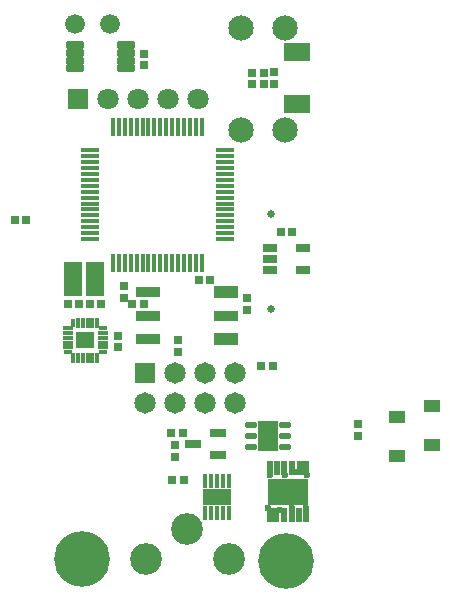
<source format=gbs>
G04*
G04 #@! TF.GenerationSoftware,Altium Limited,Altium Designer,18.0.7 (293)*
G04*
G04 Layer_Color=16711935*
%FSLAX25Y25*%
%MOIN*%
G70*
G01*
G75*
%ADD37R,0.03150X0.03110*%
%ADD38R,0.02953X0.02559*%
%ADD53R,0.02559X0.02953*%
%ADD54R,0.03110X0.03150*%
%ADD60R,0.05891X0.05391*%
%ADD62R,0.07087X0.07087*%
%ADD63C,0.07087*%
%ADD65R,0.07146X0.07146*%
%ADD66C,0.07146*%
%ADD67C,0.08465*%
%ADD68C,0.18591*%
%ADD69C,0.06591*%
%ADD70C,0.10591*%
%ADD71C,0.02559*%
%ADD72C,0.02362*%
%ADD107R,0.01191X0.02791*%
%ADD108R,0.01378X0.03543*%
%ADD109R,0.02791X0.01191*%
%ADD110R,0.03543X0.01378*%
%ADD111R,0.08465X0.04134*%
%ADD112R,0.08465X0.03740*%
%ADD113R,0.04921X0.02953*%
G04:AMPARAMS|DCode=114|XSize=62.99mil|YSize=24.8mil|CornerRadius=5.32mil|HoleSize=0mil|Usage=FLASHONLY|Rotation=0.000|XOffset=0mil|YOffset=0mil|HoleType=Round|Shape=RoundedRectangle|*
%AMROUNDEDRECTD114*
21,1,0.06299,0.01417,0,0,0.0*
21,1,0.05236,0.02480,0,0,0.0*
1,1,0.01063,0.02618,-0.00709*
1,1,0.01063,-0.02618,-0.00709*
1,1,0.01063,-0.02618,0.00709*
1,1,0.01063,0.02618,0.00709*
%
%ADD114ROUNDEDRECTD114*%
%ADD115R,0.08858X0.06102*%
%ADD116R,0.06496X0.11221*%
%ADD117R,0.05512X0.02953*%
%ADD118R,0.07008X0.09921*%
G04:AMPARAMS|DCode=119|XSize=39.76mil|YSize=21.65mil|CornerRadius=4.92mil|HoleSize=0mil|Usage=FLASHONLY|Rotation=0.000|XOffset=0mil|YOffset=0mil|HoleType=Round|Shape=RoundedRectangle|*
%AMROUNDEDRECTD119*
21,1,0.03976,0.01181,0,0,0.0*
21,1,0.02992,0.02165,0,0,0.0*
1,1,0.00984,0.01496,-0.00591*
1,1,0.00984,-0.01496,-0.00591*
1,1,0.00984,-0.01496,0.00591*
1,1,0.00984,0.01496,0.00591*
%
%ADD119ROUNDEDRECTD119*%
%ADD120R,0.05394X0.04173*%
%ADD121R,0.01772X0.04528*%
%ADD122R,0.01772X0.06398*%
%ADD123R,0.06398X0.01772*%
%ADD124R,0.01969X0.04528*%
%ADD125R,0.09646X0.05709*%
%ADD126R,0.13583X0.08591*%
D37*
X467772Y518000D02*
D03*
X464228D02*
D03*
X379272Y522000D02*
D03*
X375728D02*
D03*
X440500Y502000D02*
D03*
X436957D02*
D03*
X404272Y494000D02*
D03*
X400728D02*
D03*
X396772D02*
D03*
X393228D02*
D03*
D38*
X461469Y473500D02*
D03*
X457531D02*
D03*
X454531Y567500D02*
D03*
X458468D02*
D03*
X458468Y571000D02*
D03*
X454531D02*
D03*
X418469Y494000D02*
D03*
X414532D02*
D03*
X431468Y451000D02*
D03*
X427531D02*
D03*
X428031Y435500D02*
D03*
X431968D02*
D03*
D53*
X453000Y492031D02*
D03*
Y495968D02*
D03*
X430000Y481937D02*
D03*
Y478000D02*
D03*
X412000Y499968D02*
D03*
Y496032D02*
D03*
X429000Y447000D02*
D03*
Y443063D02*
D03*
X490000Y450032D02*
D03*
Y453968D02*
D03*
X462000Y571437D02*
D03*
Y567500D02*
D03*
D54*
X418500Y577272D02*
D03*
Y573728D02*
D03*
X410000Y479728D02*
D03*
Y483272D02*
D03*
D60*
X399000Y482000D02*
D03*
D62*
X396500Y562500D02*
D03*
D63*
X406500D02*
D03*
X416500D02*
D03*
X426500D02*
D03*
X436500D02*
D03*
D65*
X419000Y471000D02*
D03*
D66*
X429000D02*
D03*
X439000D02*
D03*
X449000D02*
D03*
X419000Y461000D02*
D03*
X429000D02*
D03*
X439000D02*
D03*
X449000D02*
D03*
D67*
X465709Y551992D02*
D03*
Y586008D02*
D03*
X450748D02*
D03*
Y551992D02*
D03*
D68*
X466000Y408500D02*
D03*
X398000Y409000D02*
D03*
D69*
X407311Y587500D02*
D03*
X395500D02*
D03*
D70*
X433000Y419000D02*
D03*
X419220Y409000D02*
D03*
X446779D02*
D03*
D71*
X460795Y492512D02*
D03*
Y524008D02*
D03*
D72*
X472500Y426000D02*
D03*
X464000Y425500D02*
D03*
X460000Y426000D02*
D03*
X468000D02*
D03*
X460500Y437000D02*
D03*
X473000D02*
D03*
X465500D02*
D03*
X469000Y438000D02*
D03*
D107*
X395063Y487906D02*
D03*
D108*
X396638D02*
D03*
X398213D02*
D03*
X399787D02*
D03*
X401362D02*
D03*
X402937D02*
D03*
Y476094D02*
D03*
X401362D02*
D03*
X399787D02*
D03*
X398213D02*
D03*
X396638D02*
D03*
X395063D02*
D03*
D109*
X404906Y485937D02*
D03*
Y478063D02*
D03*
X393094D02*
D03*
D110*
X404906Y484362D02*
D03*
Y482787D02*
D03*
Y481213D02*
D03*
Y479638D02*
D03*
X393094D02*
D03*
Y481213D02*
D03*
Y482787D02*
D03*
Y484362D02*
D03*
Y485937D02*
D03*
D111*
X446000Y482252D02*
D03*
Y498000D02*
D03*
D112*
Y490126D02*
D03*
X420016Y498000D02*
D03*
Y490126D02*
D03*
Y482252D02*
D03*
D113*
X460488Y509000D02*
D03*
Y505260D02*
D03*
Y512740D02*
D03*
X471512D02*
D03*
Y505260D02*
D03*
D114*
X395496Y580339D02*
D03*
Y577779D02*
D03*
Y575220D02*
D03*
Y572661D02*
D03*
X412504D02*
D03*
Y575220D02*
D03*
Y577779D02*
D03*
Y580339D02*
D03*
D115*
X469500Y578000D02*
D03*
Y560677D02*
D03*
D116*
X394760Y502500D02*
D03*
X402240D02*
D03*
D117*
X434866Y447500D02*
D03*
X443134Y443760D02*
D03*
Y451240D02*
D03*
D118*
X460000Y450000D02*
D03*
D119*
X465650Y446260D02*
D03*
Y450000D02*
D03*
Y453740D02*
D03*
X454350D02*
D03*
Y450000D02*
D03*
Y446260D02*
D03*
D120*
X503000Y443563D02*
D03*
Y456437D02*
D03*
X514500Y447063D02*
D03*
Y459937D02*
D03*
D121*
X446937Y424370D02*
D03*
X444969D02*
D03*
X443000D02*
D03*
X441032D02*
D03*
X439063D02*
D03*
Y435000D02*
D03*
X441032D02*
D03*
X443000D02*
D03*
X444969D02*
D03*
X446937D02*
D03*
D122*
X437764Y553090D02*
D03*
X435795D02*
D03*
X433827D02*
D03*
X431858D02*
D03*
X429890D02*
D03*
X427921D02*
D03*
X425953D02*
D03*
X423984D02*
D03*
X422016D02*
D03*
X420047D02*
D03*
X418079D02*
D03*
X416110D02*
D03*
X414142D02*
D03*
X412173D02*
D03*
X410205D02*
D03*
X408236D02*
D03*
Y507909D02*
D03*
X410205D02*
D03*
X412173D02*
D03*
X414142D02*
D03*
X416110D02*
D03*
X418079D02*
D03*
X420047D02*
D03*
X422016D02*
D03*
X423984D02*
D03*
X425953D02*
D03*
X427921D02*
D03*
X429890D02*
D03*
X431858D02*
D03*
X433827D02*
D03*
X435795D02*
D03*
X437764D02*
D03*
D123*
X400410Y545264D02*
D03*
Y543295D02*
D03*
Y541327D02*
D03*
Y539358D02*
D03*
Y537390D02*
D03*
Y535421D02*
D03*
Y533453D02*
D03*
Y531484D02*
D03*
Y529516D02*
D03*
Y527547D02*
D03*
Y525579D02*
D03*
Y523610D02*
D03*
Y521642D02*
D03*
Y519673D02*
D03*
Y517705D02*
D03*
Y515736D02*
D03*
X445590D02*
D03*
Y517705D02*
D03*
Y519673D02*
D03*
Y521642D02*
D03*
Y523610D02*
D03*
Y525579D02*
D03*
Y527547D02*
D03*
Y529516D02*
D03*
Y531484D02*
D03*
Y533453D02*
D03*
Y535421D02*
D03*
Y537390D02*
D03*
Y539358D02*
D03*
Y541327D02*
D03*
Y543295D02*
D03*
Y545264D02*
D03*
D124*
X460567Y439365D02*
D03*
X462929D02*
D03*
X465094D02*
D03*
X468047D02*
D03*
X470409D02*
D03*
X472575D02*
D03*
X460567Y423617D02*
D03*
X462732D02*
D03*
X465094D02*
D03*
X468047D02*
D03*
X470212D02*
D03*
X472575D02*
D03*
D125*
X443000Y429685D02*
D03*
D126*
X466571Y431491D02*
D03*
M02*

</source>
